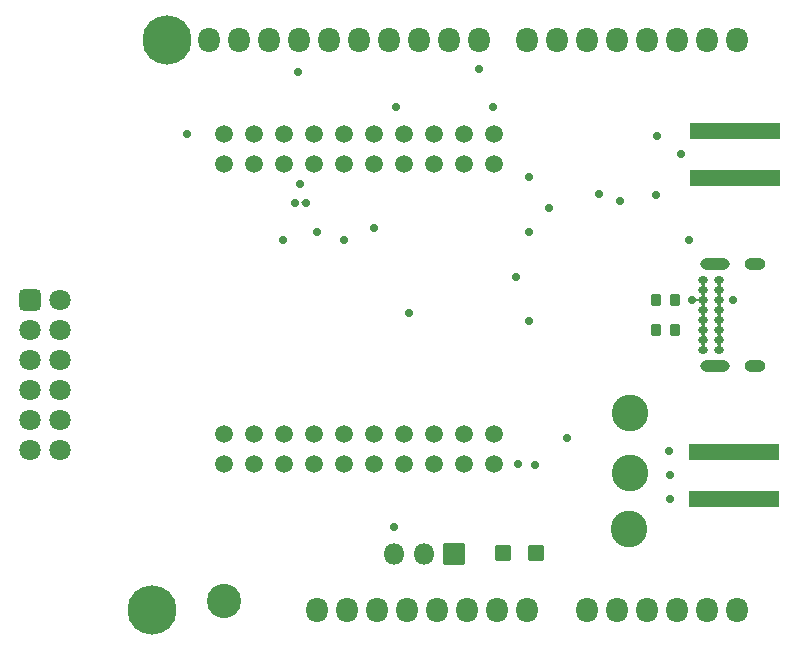
<source format=gbr>
%TF.GenerationSoftware,KiCad,Pcbnew,(6.0.0-0)*%
%TF.CreationDate,2022-08-16T19:59:54-06:00*%
%TF.ProjectId,FlippyControl,466c6970-7079-4436-9f6e-74726f6c2e6b,A*%
%TF.SameCoordinates,Original*%
%TF.FileFunction,Soldermask,Top*%
%TF.FilePolarity,Negative*%
%FSLAX46Y46*%
G04 Gerber Fmt 4.6, Leading zero omitted, Abs format (unit mm)*
G04 Created by KiCad (PCBNEW (6.0.0-0)) date 2022-08-16 19:59:54*
%MOMM*%
%LPD*%
G01*
G04 APERTURE LIST*
G04 Aperture macros list*
%AMRoundRect*
0 Rectangle with rounded corners*
0 $1 Rounding radius*
0 $2 $3 $4 $5 $6 $7 $8 $9 X,Y pos of 4 corners*
0 Add a 4 corners polygon primitive as box body*
4,1,4,$2,$3,$4,$5,$6,$7,$8,$9,$2,$3,0*
0 Add four circle primitives for the rounded corners*
1,1,$1+$1,$2,$3*
1,1,$1+$1,$4,$5*
1,1,$1+$1,$6,$7*
1,1,$1+$1,$8,$9*
0 Add four rect primitives between the rounded corners*
20,1,$1+$1,$2,$3,$4,$5,0*
20,1,$1+$1,$4,$5,$6,$7,0*
20,1,$1+$1,$6,$7,$8,$9,0*
20,1,$1+$1,$8,$9,$2,$3,0*%
G04 Aperture macros list end*
%ADD10O,1.827200X2.132000*%
%ADD11C,4.164000*%
%ADD12RoundRect,0.050000X-0.600000X-0.600000X0.600000X-0.600000X0.600000X0.600000X-0.600000X0.600000X0*%
%ADD13C,1.500000*%
%ADD14C,2.900000*%
%ADD15O,0.800000X0.700000*%
%ADD16O,2.500000X1.000000*%
%ADD17O,1.800000X1.000000*%
%ADD18C,3.100000*%
%ADD19RoundRect,0.300000X-0.600000X-0.600000X0.600000X-0.600000X0.600000X0.600000X-0.600000X0.600000X0*%
%ADD20C,1.800000*%
%ADD21RoundRect,0.050000X-3.799586X0.649986X-3.799586X-0.649986X3.799586X-0.649986X3.799586X0.649986X0*%
%ADD22RoundRect,0.050000X-0.850000X0.850000X-0.850000X-0.850000X0.850000X-0.850000X0.850000X0.850000X0*%
%ADD23O,1.800000X1.800000*%
%ADD24RoundRect,0.250000X0.200000X0.275000X-0.200000X0.275000X-0.200000X-0.275000X0.200000X-0.275000X0*%
%ADD25C,0.700000*%
G04 APERTURE END LIST*
D10*
%TO.C,P1*%
X138938000Y-123825000D03*
X141478000Y-123825000D03*
X144018000Y-123825000D03*
X146558000Y-123825000D03*
X149098000Y-123825000D03*
X151638000Y-123825000D03*
X154178000Y-123825000D03*
X156718000Y-123825000D03*
%TD*%
%TO.C,P2*%
X161798000Y-123825000D03*
X164338000Y-123825000D03*
X166878000Y-123825000D03*
X169418000Y-123825000D03*
X171958000Y-123825000D03*
X174498000Y-123825000D03*
%TD*%
%TO.C,P3*%
X129794000Y-75565000D03*
X132334000Y-75565000D03*
X134874000Y-75565000D03*
X137414000Y-75565000D03*
X139954000Y-75565000D03*
X142494000Y-75565000D03*
X145034000Y-75565000D03*
X147574000Y-75565000D03*
X150114000Y-75565000D03*
X152654000Y-75565000D03*
%TD*%
%TO.C,P4*%
X156718000Y-75565000D03*
X159258000Y-75565000D03*
X161798000Y-75565000D03*
X164338000Y-75565000D03*
X166878000Y-75565000D03*
X169418000Y-75565000D03*
X171958000Y-75565000D03*
X174498000Y-75565000D03*
%TD*%
D11*
%TO.C,P5*%
X124968000Y-123825000D03*
%TD*%
%TO.C,P7*%
X126238000Y-75565000D03*
%TD*%
D12*
%TO.C,D1*%
X154698000Y-118965000D03*
X157498000Y-118965000D03*
%TD*%
D13*
%TO.C,U1*%
X131128000Y-111435000D03*
X131128000Y-108895000D03*
X133668000Y-111435000D03*
X133668000Y-108895000D03*
X136208000Y-111435000D03*
X136208000Y-108895000D03*
X138748000Y-111435000D03*
X138748000Y-108895000D03*
X141288000Y-111435000D03*
X141288000Y-108895000D03*
X143828000Y-111435000D03*
X143828000Y-108895000D03*
X146368000Y-111435000D03*
X146368000Y-108895000D03*
X148908000Y-111435000D03*
X148908000Y-108895000D03*
X151448000Y-111435000D03*
X151448000Y-108895000D03*
X153988000Y-111435000D03*
X153988000Y-108895000D03*
X131128000Y-86035000D03*
X131128000Y-83495000D03*
X133668000Y-86035000D03*
X133668000Y-83495000D03*
X136208000Y-86035000D03*
X136208000Y-83495000D03*
X138748000Y-86035000D03*
X138748000Y-83495000D03*
X141288000Y-86035000D03*
X141288000Y-83495000D03*
X143828000Y-86035000D03*
X143828000Y-83495000D03*
X146368000Y-86035000D03*
X146368000Y-83495000D03*
X148908000Y-86035000D03*
X148908000Y-83495000D03*
X151448000Y-86035000D03*
X151448000Y-83495000D03*
X153988000Y-86035000D03*
X153988000Y-83495000D03*
%TD*%
D14*
%TO.C,TP7*%
X131098000Y-123065000D03*
%TD*%
D15*
%TO.C,J4*%
X171673000Y-101840000D03*
X171673000Y-100990000D03*
X171673000Y-100140000D03*
X171673000Y-99290000D03*
X171673000Y-98440000D03*
X171673000Y-97590000D03*
X171673000Y-96740000D03*
X171673000Y-95890000D03*
X173023000Y-95890000D03*
X173023000Y-96740000D03*
X173023000Y-97590000D03*
X173023000Y-98440000D03*
X173023000Y-99290000D03*
X173023000Y-100140000D03*
X173023000Y-100990000D03*
X173023000Y-101840000D03*
D16*
X172653000Y-94540000D03*
D17*
X176033000Y-94540000D03*
D16*
X172653000Y-103190000D03*
D17*
X176033000Y-103190000D03*
%TD*%
D18*
%TO.C,TP3*%
X165398000Y-116965000D03*
%TD*%
%TO.C,TP1*%
X165498000Y-107165000D03*
%TD*%
D19*
%TO.C,J3*%
X114645500Y-97615000D03*
D20*
X117185500Y-97615000D03*
X114645500Y-100155000D03*
X117185500Y-100155000D03*
X114645500Y-102695000D03*
X117185500Y-102695000D03*
X114645500Y-105235000D03*
X117185500Y-105235000D03*
X114645500Y-107775000D03*
X117185500Y-107775000D03*
X114645500Y-110315000D03*
X117185500Y-110315000D03*
%TD*%
D21*
%TO.C,J1*%
X174398000Y-87265000D03*
X174398000Y-83264881D03*
%TD*%
D22*
%TO.C,JP1*%
X150598000Y-119065000D03*
D23*
X148058000Y-119065000D03*
X145518000Y-119065000D03*
%TD*%
D21*
%TO.C,J2*%
X174298000Y-114415123D03*
X174298000Y-110415004D03*
%TD*%
D18*
%TO.C,TP5*%
X165498000Y-112265000D03*
%TD*%
D24*
%TO.C,R2*%
X169323000Y-97565000D03*
X167673000Y-97565000D03*
%TD*%
%TO.C,R1*%
X169323000Y-100165000D03*
X167673000Y-100165000D03*
%TD*%
D25*
X170498000Y-92465000D03*
X127998000Y-83565000D03*
X137398000Y-78265000D03*
X156898000Y-99365000D03*
X156898000Y-87165000D03*
X156898000Y-91865000D03*
X155998000Y-111465000D03*
X164648000Y-89215000D03*
X136098000Y-92465000D03*
X152698000Y-78065000D03*
X168798000Y-110365000D03*
X168847877Y-114415123D03*
X157398000Y-111565000D03*
X168848000Y-112415000D03*
X153898000Y-81265000D03*
X167698000Y-88665000D03*
X169798123Y-85264877D03*
X145698000Y-81265000D03*
X158598000Y-89765000D03*
X160098000Y-109265000D03*
X143798000Y-91465000D03*
X137498000Y-87765000D03*
X141298000Y-92465000D03*
X137998000Y-89365000D03*
X138998000Y-91865000D03*
X137098000Y-89365000D03*
X145498000Y-116765000D03*
X155798000Y-95665000D03*
X146798000Y-98665000D03*
X162848000Y-88615000D03*
X167798000Y-83665000D03*
X174223000Y-97565000D03*
X170723000Y-97565000D03*
G36*
X171920724Y-101274478D02*
G01*
X171921674Y-101276239D01*
X171920981Y-101277696D01*
X171912177Y-101285282D01*
X171911699Y-101285588D01*
X171878299Y-101300774D01*
X171877640Y-101300710D01*
X171877402Y-101301210D01*
X171823974Y-101347351D01*
X171804031Y-101414852D01*
X171823751Y-101482423D01*
X171871407Y-101524231D01*
X171872050Y-101526125D01*
X171870731Y-101527628D01*
X171869425Y-101527621D01*
X171782752Y-101497183D01*
X171722908Y-101492000D01*
X171623166Y-101492000D01*
X171510286Y-101510788D01*
X171470855Y-101532064D01*
X171469989Y-101532039D01*
X171469479Y-101532807D01*
X171427275Y-101555579D01*
X171425276Y-101555522D01*
X171424326Y-101553761D01*
X171425019Y-101552304D01*
X171433823Y-101544718D01*
X171434301Y-101544412D01*
X171467701Y-101529226D01*
X171468360Y-101529290D01*
X171468598Y-101528790D01*
X171522026Y-101482649D01*
X171541969Y-101415148D01*
X171522249Y-101347577D01*
X171474593Y-101305769D01*
X171473950Y-101303875D01*
X171475269Y-101302372D01*
X171476575Y-101302379D01*
X171563248Y-101332817D01*
X171623092Y-101338000D01*
X171722834Y-101338000D01*
X171835714Y-101319212D01*
X171875145Y-101297936D01*
X171876011Y-101297961D01*
X171876521Y-101297193D01*
X171918725Y-101274421D01*
X171920724Y-101274478D01*
G37*
G36*
X173270724Y-101274478D02*
G01*
X173271674Y-101276239D01*
X173270981Y-101277696D01*
X173262177Y-101285282D01*
X173261699Y-101285588D01*
X173228299Y-101300774D01*
X173227640Y-101300710D01*
X173227402Y-101301210D01*
X173173974Y-101347351D01*
X173154031Y-101414852D01*
X173173751Y-101482423D01*
X173221407Y-101524231D01*
X173222050Y-101526125D01*
X173220731Y-101527628D01*
X173219425Y-101527621D01*
X173132752Y-101497183D01*
X173072908Y-101492000D01*
X172973166Y-101492000D01*
X172860286Y-101510788D01*
X172820855Y-101532064D01*
X172819989Y-101532039D01*
X172819479Y-101532807D01*
X172777275Y-101555579D01*
X172775276Y-101555522D01*
X172774326Y-101553761D01*
X172775019Y-101552304D01*
X172783823Y-101544718D01*
X172784301Y-101544412D01*
X172817701Y-101529226D01*
X172818360Y-101529290D01*
X172818598Y-101528790D01*
X172872026Y-101482649D01*
X172891969Y-101415148D01*
X172872249Y-101347577D01*
X172824593Y-101305769D01*
X172823950Y-101303875D01*
X172825269Y-101302372D01*
X172826575Y-101302379D01*
X172913248Y-101332817D01*
X172973092Y-101338000D01*
X173072834Y-101338000D01*
X173185714Y-101319212D01*
X173225145Y-101297936D01*
X173226011Y-101297961D01*
X173226521Y-101297193D01*
X173268725Y-101274421D01*
X173270724Y-101274478D01*
G37*
G36*
X171920724Y-100424478D02*
G01*
X171921674Y-100426239D01*
X171920981Y-100427696D01*
X171912177Y-100435282D01*
X171911699Y-100435588D01*
X171878299Y-100450774D01*
X171877640Y-100450710D01*
X171877402Y-100451210D01*
X171823974Y-100497351D01*
X171804031Y-100564852D01*
X171823751Y-100632423D01*
X171871407Y-100674231D01*
X171872050Y-100676125D01*
X171870731Y-100677628D01*
X171869425Y-100677621D01*
X171782752Y-100647183D01*
X171722908Y-100642000D01*
X171623166Y-100642000D01*
X171510286Y-100660788D01*
X171470855Y-100682064D01*
X171469989Y-100682039D01*
X171469479Y-100682807D01*
X171427275Y-100705579D01*
X171425276Y-100705522D01*
X171424326Y-100703761D01*
X171425019Y-100702304D01*
X171433823Y-100694718D01*
X171434301Y-100694412D01*
X171467701Y-100679226D01*
X171468360Y-100679290D01*
X171468598Y-100678790D01*
X171522026Y-100632649D01*
X171541969Y-100565148D01*
X171522249Y-100497577D01*
X171474593Y-100455769D01*
X171473950Y-100453875D01*
X171475269Y-100452372D01*
X171476575Y-100452379D01*
X171563248Y-100482817D01*
X171623092Y-100488000D01*
X171722834Y-100488000D01*
X171835714Y-100469212D01*
X171875145Y-100447936D01*
X171876011Y-100447961D01*
X171876521Y-100447193D01*
X171918725Y-100424421D01*
X171920724Y-100424478D01*
G37*
G36*
X173270724Y-100424478D02*
G01*
X173271674Y-100426239D01*
X173270981Y-100427696D01*
X173262177Y-100435282D01*
X173261699Y-100435588D01*
X173228299Y-100450774D01*
X173227640Y-100450710D01*
X173227402Y-100451210D01*
X173173974Y-100497351D01*
X173154031Y-100564852D01*
X173173751Y-100632423D01*
X173221407Y-100674231D01*
X173222050Y-100676125D01*
X173220731Y-100677628D01*
X173219425Y-100677621D01*
X173132752Y-100647183D01*
X173072908Y-100642000D01*
X172973166Y-100642000D01*
X172860286Y-100660788D01*
X172820855Y-100682064D01*
X172819989Y-100682039D01*
X172819479Y-100682807D01*
X172777275Y-100705579D01*
X172775276Y-100705522D01*
X172774326Y-100703761D01*
X172775019Y-100702304D01*
X172783823Y-100694718D01*
X172784301Y-100694412D01*
X172817701Y-100679226D01*
X172818360Y-100679290D01*
X172818598Y-100678790D01*
X172872026Y-100632649D01*
X172891969Y-100565148D01*
X172872249Y-100497577D01*
X172824593Y-100455769D01*
X172823950Y-100453875D01*
X172825269Y-100452372D01*
X172826575Y-100452379D01*
X172913248Y-100482817D01*
X172973092Y-100488000D01*
X173072834Y-100488000D01*
X173185714Y-100469212D01*
X173225145Y-100447936D01*
X173226011Y-100447961D01*
X173226521Y-100447193D01*
X173268725Y-100424421D01*
X173270724Y-100424478D01*
G37*
G36*
X171920724Y-99574478D02*
G01*
X171921674Y-99576239D01*
X171920981Y-99577696D01*
X171912177Y-99585282D01*
X171911699Y-99585588D01*
X171878299Y-99600774D01*
X171877640Y-99600710D01*
X171877402Y-99601210D01*
X171823974Y-99647351D01*
X171804031Y-99714852D01*
X171823751Y-99782423D01*
X171871407Y-99824231D01*
X171872050Y-99826125D01*
X171870731Y-99827628D01*
X171869425Y-99827621D01*
X171782752Y-99797183D01*
X171722908Y-99792000D01*
X171623166Y-99792000D01*
X171510286Y-99810788D01*
X171470855Y-99832064D01*
X171469989Y-99832039D01*
X171469479Y-99832807D01*
X171427275Y-99855579D01*
X171425276Y-99855522D01*
X171424326Y-99853761D01*
X171425019Y-99852304D01*
X171433823Y-99844718D01*
X171434301Y-99844412D01*
X171467701Y-99829226D01*
X171468360Y-99829290D01*
X171468598Y-99828790D01*
X171522026Y-99782649D01*
X171541969Y-99715148D01*
X171522249Y-99647577D01*
X171474593Y-99605769D01*
X171473950Y-99603875D01*
X171475269Y-99602372D01*
X171476575Y-99602379D01*
X171563248Y-99632817D01*
X171623092Y-99638000D01*
X171722834Y-99638000D01*
X171835714Y-99619212D01*
X171875145Y-99597936D01*
X171876011Y-99597961D01*
X171876521Y-99597193D01*
X171918725Y-99574421D01*
X171920724Y-99574478D01*
G37*
G36*
X173270724Y-99574478D02*
G01*
X173271674Y-99576239D01*
X173270981Y-99577696D01*
X173262177Y-99585282D01*
X173261699Y-99585588D01*
X173228299Y-99600774D01*
X173227640Y-99600710D01*
X173227402Y-99601210D01*
X173173974Y-99647351D01*
X173154031Y-99714852D01*
X173173751Y-99782423D01*
X173221407Y-99824231D01*
X173222050Y-99826125D01*
X173220731Y-99827628D01*
X173219425Y-99827621D01*
X173132752Y-99797183D01*
X173072908Y-99792000D01*
X172973166Y-99792000D01*
X172860286Y-99810788D01*
X172820855Y-99832064D01*
X172819989Y-99832039D01*
X172819479Y-99832807D01*
X172777275Y-99855579D01*
X172775276Y-99855522D01*
X172774326Y-99853761D01*
X172775019Y-99852304D01*
X172783823Y-99844718D01*
X172784301Y-99844412D01*
X172817701Y-99829226D01*
X172818360Y-99829290D01*
X172818598Y-99828790D01*
X172872026Y-99782649D01*
X172891969Y-99715148D01*
X172872249Y-99647577D01*
X172824593Y-99605769D01*
X172823950Y-99603875D01*
X172825269Y-99602372D01*
X172826575Y-99602379D01*
X172913248Y-99632817D01*
X172973092Y-99638000D01*
X173072834Y-99638000D01*
X173185714Y-99619212D01*
X173225145Y-99597936D01*
X173226011Y-99597961D01*
X173226521Y-99597193D01*
X173268725Y-99574421D01*
X173270724Y-99574478D01*
G37*
G36*
X171920724Y-98724478D02*
G01*
X171921674Y-98726239D01*
X171920981Y-98727696D01*
X171912177Y-98735282D01*
X171911699Y-98735588D01*
X171878299Y-98750774D01*
X171877640Y-98750710D01*
X171877402Y-98751210D01*
X171823974Y-98797351D01*
X171804031Y-98864852D01*
X171823751Y-98932423D01*
X171871407Y-98974231D01*
X171872050Y-98976125D01*
X171870731Y-98977628D01*
X171869425Y-98977621D01*
X171782752Y-98947183D01*
X171722908Y-98942000D01*
X171623166Y-98942000D01*
X171510286Y-98960788D01*
X171470855Y-98982064D01*
X171469989Y-98982039D01*
X171469479Y-98982807D01*
X171427275Y-99005579D01*
X171425276Y-99005522D01*
X171424326Y-99003761D01*
X171425019Y-99002304D01*
X171433823Y-98994718D01*
X171434301Y-98994412D01*
X171467701Y-98979226D01*
X171468360Y-98979290D01*
X171468598Y-98978790D01*
X171522026Y-98932649D01*
X171541969Y-98865148D01*
X171522249Y-98797577D01*
X171474593Y-98755769D01*
X171473950Y-98753875D01*
X171475269Y-98752372D01*
X171476575Y-98752379D01*
X171563248Y-98782817D01*
X171623092Y-98788000D01*
X171722834Y-98788000D01*
X171835714Y-98769212D01*
X171875145Y-98747936D01*
X171876011Y-98747961D01*
X171876521Y-98747193D01*
X171918725Y-98724421D01*
X171920724Y-98724478D01*
G37*
G36*
X173270724Y-98724478D02*
G01*
X173271674Y-98726239D01*
X173270981Y-98727696D01*
X173262177Y-98735282D01*
X173261699Y-98735588D01*
X173228299Y-98750774D01*
X173227640Y-98750710D01*
X173227402Y-98751210D01*
X173173974Y-98797351D01*
X173154031Y-98864852D01*
X173173751Y-98932423D01*
X173221407Y-98974231D01*
X173222050Y-98976125D01*
X173220731Y-98977628D01*
X173219425Y-98977621D01*
X173132752Y-98947183D01*
X173072908Y-98942000D01*
X172973166Y-98942000D01*
X172860286Y-98960788D01*
X172820855Y-98982064D01*
X172819989Y-98982039D01*
X172819479Y-98982807D01*
X172777275Y-99005579D01*
X172775276Y-99005522D01*
X172774326Y-99003761D01*
X172775019Y-99002304D01*
X172783823Y-98994718D01*
X172784301Y-98994412D01*
X172817701Y-98979226D01*
X172818360Y-98979290D01*
X172818598Y-98978790D01*
X172872026Y-98932649D01*
X172891969Y-98865148D01*
X172872249Y-98797577D01*
X172824593Y-98755769D01*
X172823950Y-98753875D01*
X172825269Y-98752372D01*
X172826575Y-98752379D01*
X172913248Y-98782817D01*
X172973092Y-98788000D01*
X173072834Y-98788000D01*
X173185714Y-98769212D01*
X173225145Y-98747936D01*
X173226011Y-98747961D01*
X173226521Y-98747193D01*
X173268725Y-98724421D01*
X173270724Y-98724478D01*
G37*
G36*
X171920724Y-97874478D02*
G01*
X171921674Y-97876239D01*
X171920981Y-97877696D01*
X171912177Y-97885282D01*
X171911699Y-97885588D01*
X171878299Y-97900774D01*
X171877640Y-97900710D01*
X171877402Y-97901210D01*
X171823974Y-97947351D01*
X171804031Y-98014852D01*
X171823751Y-98082423D01*
X171871407Y-98124231D01*
X171872050Y-98126125D01*
X171870731Y-98127628D01*
X171869425Y-98127621D01*
X171782752Y-98097183D01*
X171722908Y-98092000D01*
X171623166Y-98092000D01*
X171510286Y-98110788D01*
X171470855Y-98132064D01*
X171469989Y-98132039D01*
X171469479Y-98132807D01*
X171427275Y-98155579D01*
X171425276Y-98155522D01*
X171424326Y-98153761D01*
X171425019Y-98152304D01*
X171433823Y-98144718D01*
X171434301Y-98144412D01*
X171467701Y-98129226D01*
X171468360Y-98129290D01*
X171468598Y-98128790D01*
X171522026Y-98082649D01*
X171541969Y-98015148D01*
X171522249Y-97947577D01*
X171474593Y-97905769D01*
X171473950Y-97903875D01*
X171475269Y-97902372D01*
X171476575Y-97902379D01*
X171563248Y-97932817D01*
X171623092Y-97938000D01*
X171722834Y-97938000D01*
X171835714Y-97919212D01*
X171875145Y-97897936D01*
X171876011Y-97897961D01*
X171876521Y-97897193D01*
X171918725Y-97874421D01*
X171920724Y-97874478D01*
G37*
G36*
X173270724Y-97874478D02*
G01*
X173271674Y-97876239D01*
X173270981Y-97877696D01*
X173262177Y-97885282D01*
X173261699Y-97885588D01*
X173228299Y-97900774D01*
X173227640Y-97900710D01*
X173227402Y-97901210D01*
X173173974Y-97947351D01*
X173154031Y-98014852D01*
X173173751Y-98082423D01*
X173221407Y-98124231D01*
X173222050Y-98126125D01*
X173220731Y-98127628D01*
X173219425Y-98127621D01*
X173132752Y-98097183D01*
X173072908Y-98092000D01*
X172973166Y-98092000D01*
X172860286Y-98110788D01*
X172820855Y-98132064D01*
X172819989Y-98132039D01*
X172819479Y-98132807D01*
X172777275Y-98155579D01*
X172775276Y-98155522D01*
X172774326Y-98153761D01*
X172775019Y-98152304D01*
X172783823Y-98144718D01*
X172784301Y-98144412D01*
X172817701Y-98129226D01*
X172818360Y-98129290D01*
X172818598Y-98128790D01*
X172872026Y-98082649D01*
X172891969Y-98015148D01*
X172872249Y-97947577D01*
X172824593Y-97905769D01*
X172823950Y-97903875D01*
X172825269Y-97902372D01*
X172826575Y-97902379D01*
X172913248Y-97932817D01*
X172973092Y-97938000D01*
X173072834Y-97938000D01*
X173185714Y-97919212D01*
X173225145Y-97897936D01*
X173226011Y-97897961D01*
X173226521Y-97897193D01*
X173268725Y-97874421D01*
X173270724Y-97874478D01*
G37*
G36*
X171319947Y-97424759D02*
G01*
X171319995Y-97426477D01*
X171297101Y-97478261D01*
X171295621Y-97479341D01*
X171295924Y-97479605D01*
X171295862Y-97481065D01*
X171285960Y-97503462D01*
X171276101Y-97617304D01*
X171293655Y-97687971D01*
X171293102Y-97689893D01*
X171291161Y-97690375D01*
X171290024Y-97689522D01*
X171252853Y-97630756D01*
X171189041Y-97601056D01*
X171119301Y-97610571D01*
X171065599Y-97656430D01*
X171058400Y-97669156D01*
X171056677Y-97670171D01*
X171054936Y-97669186D01*
X171054684Y-97667858D01*
X171070975Y-97565000D01*
X171055423Y-97466805D01*
X171056139Y-97464938D01*
X171058115Y-97464625D01*
X171059219Y-97465664D01*
X171065014Y-97478410D01*
X171111213Y-97531906D01*
X171178715Y-97551849D01*
X171246282Y-97532131D01*
X171292524Y-97478944D01*
X171293647Y-97478557D01*
X171293400Y-97476747D01*
X171298702Y-97462676D01*
X171304537Y-97443165D01*
X171304775Y-97442650D01*
X171316488Y-97424580D01*
X171318269Y-97423671D01*
X171319947Y-97424759D01*
G37*
G36*
X171920724Y-97024478D02*
G01*
X171921674Y-97026239D01*
X171920981Y-97027696D01*
X171912177Y-97035282D01*
X171911699Y-97035588D01*
X171878299Y-97050774D01*
X171877640Y-97050710D01*
X171877402Y-97051210D01*
X171823974Y-97097351D01*
X171804031Y-97164852D01*
X171823751Y-97232423D01*
X171871407Y-97274231D01*
X171872050Y-97276125D01*
X171870731Y-97277628D01*
X171869425Y-97277621D01*
X171782752Y-97247183D01*
X171722908Y-97242000D01*
X171623166Y-97242000D01*
X171510286Y-97260788D01*
X171470855Y-97282064D01*
X171469989Y-97282039D01*
X171469479Y-97282807D01*
X171427275Y-97305579D01*
X171425276Y-97305522D01*
X171424326Y-97303761D01*
X171425019Y-97302304D01*
X171433823Y-97294718D01*
X171434301Y-97294412D01*
X171467701Y-97279226D01*
X171468360Y-97279290D01*
X171468598Y-97278790D01*
X171522026Y-97232649D01*
X171541969Y-97165148D01*
X171522249Y-97097577D01*
X171474593Y-97055769D01*
X171473950Y-97053875D01*
X171475269Y-97052372D01*
X171476575Y-97052379D01*
X171563248Y-97082817D01*
X171623092Y-97088000D01*
X171722834Y-97088000D01*
X171835714Y-97069212D01*
X171875145Y-97047936D01*
X171876011Y-97047961D01*
X171876521Y-97047193D01*
X171918725Y-97024421D01*
X171920724Y-97024478D01*
G37*
G36*
X173270724Y-97024478D02*
G01*
X173271674Y-97026239D01*
X173270981Y-97027696D01*
X173262177Y-97035282D01*
X173261699Y-97035588D01*
X173228299Y-97050774D01*
X173227640Y-97050710D01*
X173227402Y-97051210D01*
X173173974Y-97097351D01*
X173154031Y-97164852D01*
X173173751Y-97232423D01*
X173221407Y-97274231D01*
X173222050Y-97276125D01*
X173220731Y-97277628D01*
X173219425Y-97277621D01*
X173132752Y-97247183D01*
X173072908Y-97242000D01*
X172973166Y-97242000D01*
X172860286Y-97260788D01*
X172820855Y-97282064D01*
X172819989Y-97282039D01*
X172819479Y-97282807D01*
X172777275Y-97305579D01*
X172775276Y-97305522D01*
X172774326Y-97303761D01*
X172775019Y-97302304D01*
X172783823Y-97294718D01*
X172784301Y-97294412D01*
X172817701Y-97279226D01*
X172818360Y-97279290D01*
X172818598Y-97278790D01*
X172872026Y-97232649D01*
X172891969Y-97165148D01*
X172872249Y-97097577D01*
X172824593Y-97055769D01*
X172823950Y-97053875D01*
X172825269Y-97052372D01*
X172826575Y-97052379D01*
X172913248Y-97082817D01*
X172973092Y-97088000D01*
X173072834Y-97088000D01*
X173185714Y-97069212D01*
X173225145Y-97047936D01*
X173226011Y-97047961D01*
X173226521Y-97047193D01*
X173268725Y-97024421D01*
X173270724Y-97024478D01*
G37*
G36*
X171920724Y-96174478D02*
G01*
X171921674Y-96176239D01*
X171920981Y-96177696D01*
X171912177Y-96185282D01*
X171911699Y-96185588D01*
X171878299Y-96200774D01*
X171877640Y-96200710D01*
X171877402Y-96201210D01*
X171823974Y-96247351D01*
X171804031Y-96314852D01*
X171823751Y-96382423D01*
X171871407Y-96424231D01*
X171872050Y-96426125D01*
X171870731Y-96427628D01*
X171869425Y-96427621D01*
X171782752Y-96397183D01*
X171722908Y-96392000D01*
X171623166Y-96392000D01*
X171510286Y-96410788D01*
X171470855Y-96432064D01*
X171469989Y-96432039D01*
X171469479Y-96432807D01*
X171427275Y-96455579D01*
X171425276Y-96455522D01*
X171424326Y-96453761D01*
X171425019Y-96452304D01*
X171433823Y-96444718D01*
X171434301Y-96444412D01*
X171467701Y-96429226D01*
X171468360Y-96429290D01*
X171468598Y-96428790D01*
X171522026Y-96382649D01*
X171541969Y-96315148D01*
X171522249Y-96247577D01*
X171474593Y-96205769D01*
X171473950Y-96203875D01*
X171475269Y-96202372D01*
X171476575Y-96202379D01*
X171563248Y-96232817D01*
X171623092Y-96238000D01*
X171722834Y-96238000D01*
X171835714Y-96219212D01*
X171875145Y-96197936D01*
X171876011Y-96197961D01*
X171876521Y-96197193D01*
X171918725Y-96174421D01*
X171920724Y-96174478D01*
G37*
G36*
X173270724Y-96174478D02*
G01*
X173271674Y-96176239D01*
X173270981Y-96177696D01*
X173262177Y-96185282D01*
X173261699Y-96185588D01*
X173228299Y-96200774D01*
X173227640Y-96200710D01*
X173227402Y-96201210D01*
X173173974Y-96247351D01*
X173154031Y-96314852D01*
X173173751Y-96382423D01*
X173221407Y-96424231D01*
X173222050Y-96426125D01*
X173220731Y-96427628D01*
X173219425Y-96427621D01*
X173132752Y-96397183D01*
X173072908Y-96392000D01*
X172973166Y-96392000D01*
X172860286Y-96410788D01*
X172820855Y-96432064D01*
X172819989Y-96432039D01*
X172819479Y-96432807D01*
X172777275Y-96455579D01*
X172775276Y-96455522D01*
X172774326Y-96453761D01*
X172775019Y-96452304D01*
X172783823Y-96444718D01*
X172784301Y-96444412D01*
X172817701Y-96429226D01*
X172818360Y-96429290D01*
X172818598Y-96428790D01*
X172872026Y-96382649D01*
X172891969Y-96315148D01*
X172872249Y-96247577D01*
X172824593Y-96205769D01*
X172823950Y-96203875D01*
X172825269Y-96202372D01*
X172826575Y-96202379D01*
X172913248Y-96232817D01*
X172973092Y-96238000D01*
X173072834Y-96238000D01*
X173185714Y-96219212D01*
X173225145Y-96197936D01*
X173226011Y-96197961D01*
X173226521Y-96197193D01*
X173268725Y-96174421D01*
X173270724Y-96174478D01*
G37*
G36*
X137665592Y-89263145D02*
G01*
X137665926Y-89264601D01*
X137650025Y-89365000D01*
X137665654Y-89463681D01*
X137664938Y-89465548D01*
X137662962Y-89465861D01*
X137662149Y-89465283D01*
X137618009Y-89412891D01*
X137550759Y-89392126D01*
X137482950Y-89411019D01*
X137436410Y-89462780D01*
X137433500Y-89468787D01*
X137431845Y-89469910D01*
X137430045Y-89469038D01*
X137429725Y-89467602D01*
X137445975Y-89365000D01*
X137430352Y-89266357D01*
X137431068Y-89264490D01*
X137433044Y-89264177D01*
X137433841Y-89264737D01*
X137479950Y-89318128D01*
X137547451Y-89338071D01*
X137615022Y-89318351D01*
X137660927Y-89266023D01*
X137662141Y-89263438D01*
X137663782Y-89262295D01*
X137665592Y-89263145D01*
G37*
M02*

</source>
